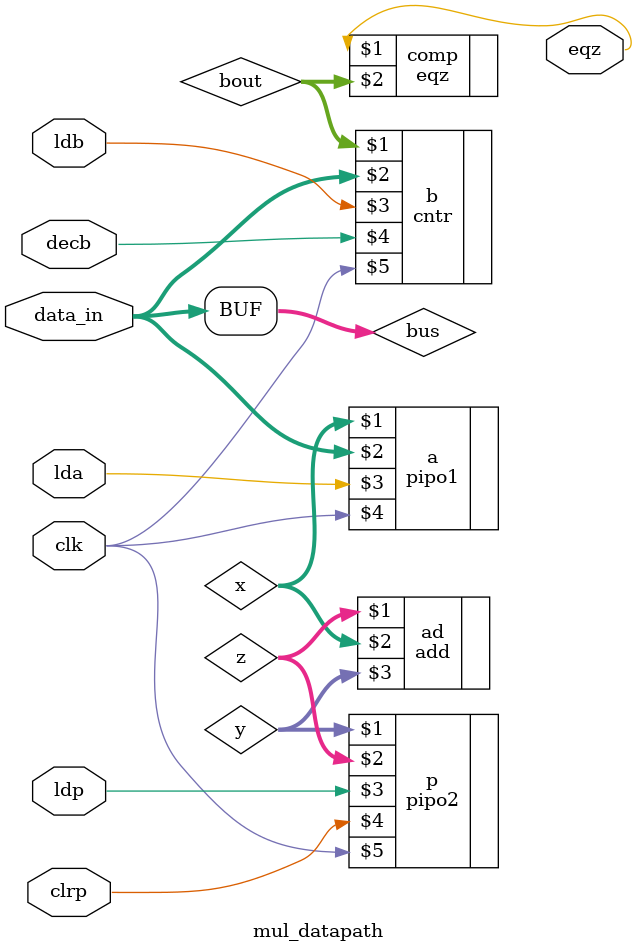
<source format=v>
`timescale 1ns / 1ps
module mul_datapath(eqz,lda,ldb,ldp,clrp,decb,data_in,clk);

input lda,ldb,ldp,clrp,decb,clk;
input [15:0] data_in;
output eqz;
wire [15:0] x,y,z,bout,bus;
assign bus=data_in;
pipo1 a (x,bus,lda,clk);
pipo2 p (y,z,ldp,clrp,clk);
cntr b (bout,bus,ldb,decb,clk);
add ad (z,x,y);
eqz comp (eqz,bout);


endmodule

</source>
